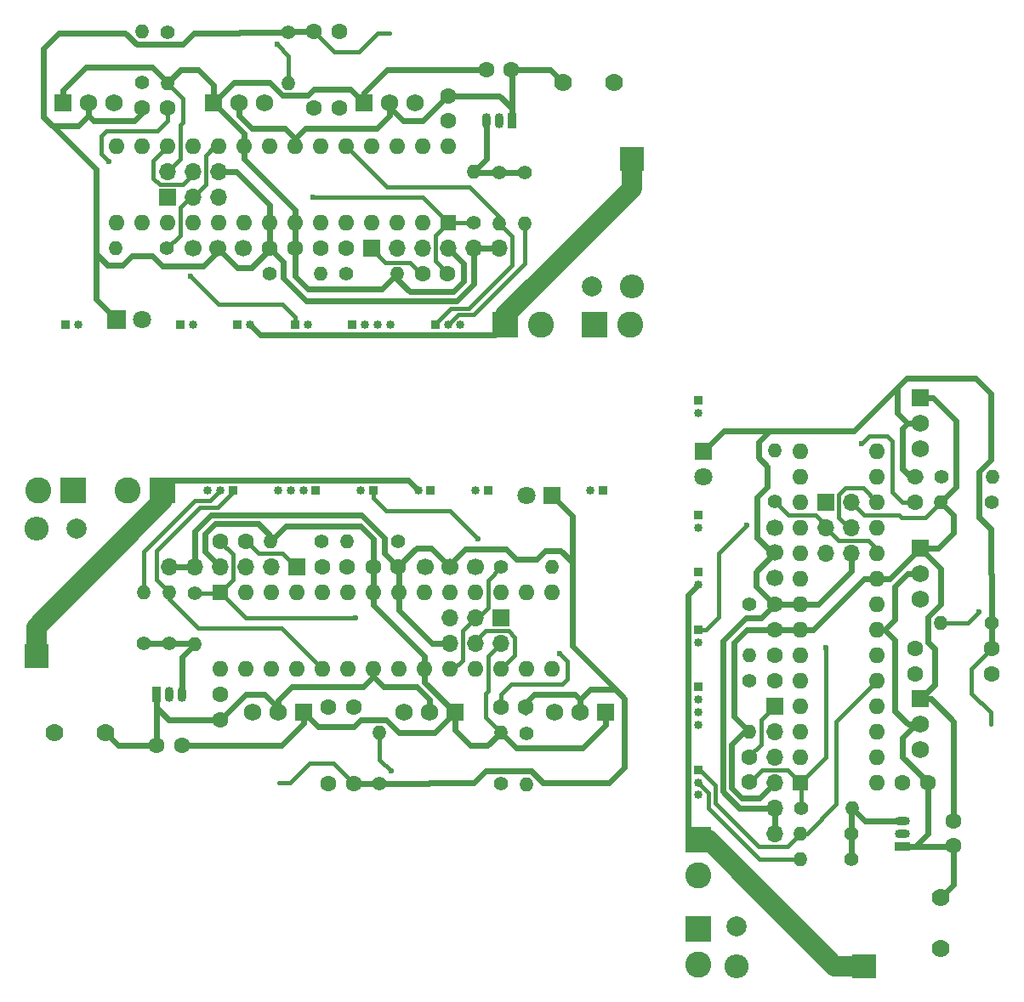
<source format=gtl>
%MOIN*%
%OFA0B0*%
%FSLAX46Y46*%
%IPPOS*%
%LPD*%
%AMREC21*
4,1,3,
0.035433070866141732,0.035433070866141739,
-0.035433070866141739,0.035433070866141732,
-0.035433070866141732,-0.035433070866141739,
0.035433070866141739,-0.035433070866141732,
0*%
%AMREC22*
4,1,3,
0.03444881889763779,0.0344488188976378,
-0.0344488188976378,0.03444881889763779,
-0.03444881889763779,-0.0344488188976378,
0.0344488188976378,-0.03444881889763779,
0*%
%AMREC23*
4,1,3,
0.033464566929133854,0.033464566929133861,
-0.033464566929133861,0.033464566929133854,
-0.033464566929133854,-0.033464566929133861,
0.033464566929133861,-0.033464566929133854,
0*%
%AMREC24*
4,1,3,
0.031496062992125984,0.031496062992125991,
-0.031496062992125991,0.031496062992125984,
-0.031496062992125984,-0.031496062992125991,
0.031496062992125991,-0.031496062992125984,
0*%
%AMREC25*
4,1,3,
0.051181102362204724,0.051181102362204738,
-0.051181102362204738,0.051181102362204724,
-0.051181102362204724,-0.051181102362204738,
0.051181102362204738,-0.051181102362204724,
0*%
%AMREC26*
4,1,3,
0.047244094488188969,0.047244094488188983,
-0.047244094488188983,0.047244094488188969,
-0.047244094488188969,-0.047244094488188983,
0.047244094488188983,-0.047244094488188969,
0*%
%AMREC27*
4,1,3,
0.017716535433070862,0.029527559055118113,
-0.017716535433070873,0.029527559055118113,
-0.017716535433070862,-0.029527559055118113,
0.017716535433070873,-0.029527559055118113,
0*%
%AMREC28*
4,1,3,
0.016732283464566927,0.016732283464566931,
-0.016732283464566931,0.016732283464566927,
-0.016732283464566927,-0.016732283464566931,
0.016732283464566931,-0.016732283464566927,
0*%
%ADD10C,0.0039370078740157488*%
%AMCOMP57*
4,1,3,
0.035433070866141732,0.035433070866141739,
-0.035433070866141739,0.035433070866141732,
-0.035433070866141732,-0.035433070866141739,
0.035433070866141739,-0.035433070866141732,
0*%
%ADD11COMP57*%
%ADD12C,0.070866141732283464*%
%ADD13C,0.068897637795275593*%
%AMCOMP58*
4,1,3,
0.03444881889763779,0.0344488188976378,
-0.0344488188976378,0.03444881889763779,
-0.03444881889763779,-0.0344488188976378,
0.0344488188976378,-0.03444881889763779,
0*%
%ADD14COMP58*%
%ADD15C,0.07874015748031496*%
%AMCOMP59*
4,1,3,
0.033464566929133854,0.033464566929133861,
-0.033464566929133861,0.033464566929133854,
-0.033464566929133854,-0.033464566929133861,
0.033464566929133861,-0.033464566929133854,
0*%
%ADD16COMP59*%
%ADD17O,0.066929133858267723X0.066929133858267723*%
%AMCOMP60*
4,1,3,
0.031496062992125984,0.031496062992125991,
-0.031496062992125991,0.031496062992125984,
-0.031496062992125984,-0.031496062992125991,
0.031496062992125991,-0.031496062992125984,
0*%
%ADD18COMP60*%
%ADD19O,0.062992125984251982X0.062992125984251982*%
%AMCOMP61*
4,1,3,
0.051181102362204724,0.051181102362204738,
-0.051181102362204738,0.051181102362204724,
-0.051181102362204724,-0.051181102362204738,
0.051181102362204738,-0.051181102362204724,
0*%
%ADD20COMP61*%
%ADD21C,0.10236220472440946*%
%ADD22C,0.066929133858267723*%
%AMCOMP62*
4,1,3,
0.047244094488188969,0.047244094488188983,
-0.047244094488188983,0.047244094488188969,
-0.047244094488188969,-0.047244094488188983,
0.047244094488188983,-0.047244094488188969,
0*%
%ADD23COMP62*%
%ADD24O,0.094488188976377951X0.094488188976377951*%
%ADD25C,0.07*%
%ADD26C,0.055118110236220472*%
%ADD27O,0.055118110236220472X0.055118110236220472*%
%ADD28C,0.062992125984251982*%
%ADD29O,0.035433070866141732X0.059055118110236227*%
%AMCOMP63*
4,1,3,
0.017716535433070862,0.029527559055118113,
-0.017716535433070873,0.029527559055118113,
-0.017716535433070862,-0.029527559055118113,
0.017716535433070873,-0.029527559055118113,
0*%
%ADD30COMP63*%
%AMCOMP64*
4,1,3,
0.016732283464566927,0.016732283464566931,
-0.016732283464566931,0.016732283464566927,
-0.016732283464566927,-0.016732283464566931,
0.016732283464566931,-0.016732283464566927,
0*%
%ADD31COMP64*%
%ADD32C,0.033464566929133861*%
%ADD33C,0.023622047244094488*%
%ADD34C,0.016*%
%ADD35C,0.024000000000000004*%
%ADD36C,0.012000000000000002*%
%ADD37C,0.08*%
%ADD48C,0.0039370078740157488*%
%ADD49R,0.070866141732283464X0.070866141732283464*%
%ADD50C,0.070866141732283464*%
%ADD51C,0.068897637795275593*%
%ADD52R,0.068897637795275593X0.068897637795275593*%
%ADD53C,0.07874015748031496*%
%ADD54R,0.066929133858267723X0.066929133858267723*%
%ADD55O,0.066929133858267723X0.066929133858267723*%
%ADD56R,0.062992125984251982X0.062992125984251982*%
%ADD57O,0.062992125984251982X0.062992125984251982*%
%ADD58R,0.10236220472440946X0.10236220472440946*%
%ADD59C,0.10236220472440946*%
%ADD60C,0.066929133858267723*%
%ADD61R,0.094488188976377951X0.094488188976377951*%
%ADD62O,0.094488188976377951X0.094488188976377951*%
%ADD63C,0.07*%
%ADD64C,0.055118110236220472*%
%ADD65O,0.055118110236220472X0.055118110236220472*%
%ADD66C,0.062992125984251982*%
%ADD67O,0.035433070866141732X0.059055118110236227*%
%ADD68R,0.035433070866141732X0.059055118110236227*%
%ADD69R,0.033464566929133861X0.033464566929133861*%
%ADD70C,0.033464566929133861*%
%ADD71C,0.023622047244094488*%
%ADD72C,0.016*%
%ADD73C,0.024000000000000004*%
%ADD74C,0.012000000000000002*%
%ADD75C,0.08*%
%ADD76C,0.0039370078740157488*%
%ADD77R,0.070866141732283464X0.070866141732283464*%
%ADD78C,0.070866141732283464*%
%ADD79C,0.068897637795275593*%
%ADD80R,0.068897637795275593X0.068897637795275593*%
%ADD81C,0.07874015748031496*%
%ADD82R,0.066929133858267723X0.066929133858267723*%
%ADD83O,0.066929133858267723X0.066929133858267723*%
%ADD84R,0.062992125984251982X0.062992125984251982*%
%ADD85O,0.062992125984251982X0.062992125984251982*%
%ADD86R,0.10236220472440946X0.10236220472440946*%
%ADD87C,0.10236220472440946*%
%ADD88C,0.066929133858267723*%
%ADD89R,0.094488188976377951X0.094488188976377951*%
%ADD90O,0.094488188976377951X0.094488188976377951*%
%ADD91C,0.07*%
%ADD92C,0.055118110236220472*%
%ADD93O,0.055118110236220472X0.055118110236220472*%
%ADD94C,0.062992125984251982*%
%ADD95O,0.059055118110236227X0.035433070866141732*%
%ADD96R,0.059055118110236227X0.035433070866141732*%
%ADD97R,0.033464566929133861X0.033464566929133861*%
%ADD98C,0.033464566929133861*%
%ADD99C,0.023622047244094488*%
%ADD100C,0.016*%
%ADD101C,0.024000000000000004*%
%ADD102C,0.012000000000000002*%
%ADD103C,0.08*%
G01*
D10*
D11*
X0003976377Y-0000866141D02*
X0000406377Y0002628858D03*
D12*
X0000506377Y0002628858D03*
D13*
X0000396929Y0003478936D03*
X0000296929Y0003478936D03*
D14*
X0000196929Y0003478936D03*
D15*
X0002042204Y0002758858D03*
X0002270551Y0002758858D03*
D16*
X0001406377Y0002908858D03*
D17*
X0001506377Y0002908858D03*
X0001606377Y0002908858D03*
X0001706377Y0002908858D03*
X0001806377Y0002908858D03*
X0001906377Y0002908858D03*
D18*
X0001706377Y0003008858D03*
D19*
X0000406377Y0003308858D03*
X0001606377Y0003008858D03*
X0000506377Y0003308858D03*
X0001506377Y0003008858D03*
X0000606377Y0003308858D03*
X0001406377Y0003008858D03*
X0000706377Y0003308858D03*
X0001306377Y0003008858D03*
X0000806377Y0003308858D03*
X0001206377Y0003008858D03*
X0000906377Y0003308858D03*
X0001106377Y0003008858D03*
X0001006377Y0003308858D03*
X0001006377Y0003008858D03*
X0001106377Y0003308858D03*
X0000906377Y0003008858D03*
X0001206377Y0003308858D03*
X0000806377Y0003008858D03*
X0001306377Y0003308858D03*
X0000706377Y0003008858D03*
X0001406377Y0003308858D03*
X0000606377Y0003008858D03*
X0001506377Y0003308858D03*
X0000506377Y0003008858D03*
X0001606377Y0003308858D03*
X0000406377Y0003008858D03*
X0001706377Y0003308858D03*
D20*
X0001931377Y0002608858D03*
D21*
X0002069173Y0002608858D03*
D20*
X0002281377Y0002608858D03*
D21*
X0002419173Y0002608858D03*
D22*
X0000706377Y0002908858D03*
X0000804803Y0002908858D03*
X0000903228Y0002908858D03*
D23*
X0002426377Y0003258858D03*
D24*
X0002426377Y0002758858D03*
D25*
X0002156377Y0003558858D03*
X0002356377Y0003558858D03*
D26*
X0001307952Y0002808858D03*
D27*
X0001507952Y0002808858D03*
D26*
X0001007952Y0002808858D03*
D27*
X0001207952Y0002808858D03*
D28*
X0001706377Y0003408858D03*
X0001706377Y0003507283D03*
X0001856377Y0003608858D03*
X0001954803Y0003608858D03*
X0001306377Y0002908858D03*
X0001207952Y0002908858D03*
D29*
X0001906377Y0003408858D03*
X0001856377Y0003408858D03*
D30*
X0001956377Y0003408858D03*
D28*
X0001106377Y0002908858D03*
X0001007952Y0002908858D03*
X0001606377Y0002808858D03*
X0001704803Y0002808858D03*
D26*
X0001806377Y0003010433D03*
D27*
X0001806377Y0003210433D03*
D28*
X0000606377Y0003458858D03*
X0000507952Y0003458858D03*
D26*
X0000506377Y0003560433D03*
D27*
X0000506377Y0003760433D03*
D26*
X0000606377Y0003757283D03*
D27*
X0000606377Y0003557283D03*
D13*
X0000987480Y0003478936D03*
X0000887480Y0003478936D03*
D14*
X0000787480Y0003478936D03*
D13*
X0001578031Y0003478936D03*
X0001478031Y0003478936D03*
D14*
X0001378031Y0003478936D03*
D26*
X0001906377Y0003207283D03*
D27*
X0001906377Y0003007283D03*
D26*
X0002006377Y0003207283D03*
D27*
X0002006377Y0003007283D03*
D26*
X0000604803Y0002908858D03*
D27*
X0000404803Y0002908858D03*
D28*
X0001281377Y0003458858D03*
X0001281377Y0003758858D03*
X0001181377Y0003458858D03*
X0001181377Y0003758858D03*
D26*
X0001081377Y0003757283D03*
D27*
X0001081377Y0003557283D03*
D16*
X0000606377Y0003108858D03*
D17*
X0000606377Y0003208858D03*
X0000706377Y0003108858D03*
X0000706377Y0003208858D03*
X0000806377Y0003108858D03*
X0000806377Y0003208858D03*
D31*
X0000881377Y0002608858D03*
D32*
X0000930590Y0002608858D03*
D31*
X0001331377Y0002608858D03*
D32*
X0001380590Y0002608858D03*
X0001429803Y0002608858D03*
X0001479015Y0002608858D03*
D31*
X0001106377Y0002608858D03*
D32*
X0001155590Y0002608858D03*
D31*
X0000206377Y0002608858D03*
D32*
X0000255590Y0002608858D03*
D31*
X0000656377Y0002608858D03*
D32*
X0000705590Y0002608858D03*
D31*
X0001656377Y0002608858D03*
D32*
X0001705590Y0002608858D03*
X0001754803Y0002608858D03*
D33*
X0001176377Y0003108858D03*
X0000376377Y0003248858D03*
X0001036377Y0003708858D03*
X0000696377Y0002798858D03*
D34*
X0001606377Y0003108858D02*
X0001706377Y0003008858D01*
X0001506377Y0003108858D02*
X0001606377Y0003108858D01*
X0001176377Y0003108858D02*
X0001506377Y0003108858D01*
X0001806377Y0003010433D02*
X0001707952Y0003010433D01*
X0001707952Y0003010433D02*
X0001706377Y0003008858D01*
X0001704803Y0002808858D02*
X0001704803Y0002810433D01*
X0001704803Y0002810433D02*
X0001656377Y0002858858D01*
X0001656377Y0002858858D02*
X0001656377Y0002958858D01*
X0001656377Y0002958858D02*
X0001706377Y0003008858D01*
D35*
X0001954803Y0003608858D02*
X0002106377Y0003608858D01*
X0002106377Y0003608858D02*
X0002156377Y0003558858D01*
X0000326377Y0002888858D02*
X0000326377Y0002708858D01*
X0000326377Y0002708858D02*
X0000406377Y0002628858D01*
X0000296377Y0003753818D02*
X0000181338Y0003753818D01*
X0000181338Y0003753818D02*
X0000121377Y0003693858D01*
X0000886377Y0003753818D02*
X0000711338Y0003753818D01*
X0000441417Y0003753818D02*
X0000296377Y0003753818D01*
X0000486377Y0003708858D02*
X0000441417Y0003753818D01*
X0000666377Y0003708858D02*
X0000486377Y0003708858D01*
X0000711338Y0003753818D02*
X0000666377Y0003708858D01*
X0001081377Y0003757283D02*
X0000889842Y0003757283D01*
X0000889842Y0003757283D02*
X0000886377Y0003753818D01*
D34*
X0001476377Y0003753818D02*
X0001431338Y0003753818D01*
X0001261377Y0003678858D02*
X0001181377Y0003758858D01*
X0001356377Y0003678858D02*
X0001261377Y0003678858D01*
X0001431338Y0003753818D02*
X0001356377Y0003678858D01*
D36*
X0000296929Y0003753267D02*
X0000296377Y0003753818D01*
D35*
X0000326377Y0002888858D02*
X0000326377Y0003218858D01*
X0000804803Y0002897283D02*
X0000746377Y0002838858D01*
X0000746377Y0002838858D02*
X0000586377Y0002838858D01*
X0000586377Y0002838858D02*
X0000546377Y0002878858D01*
X0000546377Y0002878858D02*
X0000466377Y0002878858D01*
X0000466377Y0002878858D02*
X0000431377Y0002843858D01*
X0000431377Y0002843858D02*
X0000371377Y0002843858D01*
X0000371377Y0002843858D02*
X0000326377Y0002888858D01*
X0000326377Y0003218858D02*
X0000156377Y0003388858D01*
X0000507952Y0003458858D02*
X0000507952Y0003440433D01*
X0000507952Y0003440433D02*
X0000476377Y0003408858D01*
X0000316377Y0003408858D02*
X0000296377Y0003428858D01*
X0000476377Y0003408858D02*
X0000316377Y0003408858D01*
X0000121377Y0003638858D02*
X0000121377Y0003693858D01*
X0000121377Y0003503858D02*
X0000121377Y0003423858D01*
X0000121377Y0003638858D02*
X0000121377Y0003503858D01*
X0000121377Y0003423858D02*
X0000156377Y0003388858D01*
X0000156377Y0003388858D02*
X0000256377Y0003388858D01*
X0000256377Y0003388858D02*
X0000296377Y0003428858D01*
X0000296377Y0003428858D02*
X0000296929Y0003429409D01*
X0000296929Y0003478936D02*
X0000296929Y0003429409D01*
X0001706377Y0003507283D02*
X0001704803Y0003507283D01*
X0001704803Y0003507283D02*
X0001606377Y0003408858D01*
X0001531377Y0003408858D02*
X0001478031Y0003462204D01*
X0001606377Y0003408858D02*
X0001531377Y0003408858D01*
X0001478031Y0003462204D02*
X0001478031Y0003478936D01*
X0000507952Y0003458858D02*
X0000507952Y0003477283D01*
X0001106377Y0003308858D02*
X0001106377Y0003338858D01*
X0001106377Y0003338858D02*
X0001066377Y0003378858D01*
X0000887480Y0003427755D02*
X0000887480Y0003478936D01*
X0000936377Y0003378858D02*
X0000887480Y0003427755D01*
X0001066377Y0003378858D02*
X0000936377Y0003378858D01*
X0001478031Y0003478936D02*
X0001478031Y0003430511D01*
X0001478031Y0003430511D02*
X0001426377Y0003378858D01*
X0001426377Y0003378858D02*
X0001146377Y0003378858D01*
X0001146377Y0003378858D02*
X0001106377Y0003338858D01*
X0001706377Y0003507283D02*
X0001706377Y0003508858D01*
X0001956377Y0003408858D02*
X0001956377Y0003458858D01*
X0001907952Y0003507283D02*
X0001706377Y0003507283D01*
X0001956377Y0003458858D02*
X0001907952Y0003507283D01*
X0001956377Y0003408858D02*
X0001956377Y0003607283D01*
X0001956377Y0003607283D02*
X0001954803Y0003608858D01*
X0001181377Y0003758858D02*
X0001082952Y0003758858D01*
X0001082952Y0003758858D02*
X0001081377Y0003757283D01*
X0000804803Y0002908858D02*
X0000804803Y0002897283D01*
X0001906377Y0002908858D02*
X0001806377Y0002908858D01*
X0001006377Y0003008858D02*
X0001006377Y0003078858D01*
X0001006377Y0003078858D02*
X0000876377Y0003208858D01*
X0000876377Y0003208858D02*
X0000806377Y0003208858D01*
X0001806377Y0002908858D02*
X0001806377Y0002768858D01*
X0001806377Y0002768858D02*
X0001741377Y0002703858D01*
X0001741377Y0002703858D02*
X0001151377Y0002703858D01*
X0001151377Y0002703858D02*
X0001061377Y0002793858D01*
X0001061377Y0002793858D02*
X0001061377Y0002855433D01*
X0001061377Y0002855433D02*
X0001007952Y0002908858D01*
X0001081377Y0003757283D02*
X0001072952Y0003757283D01*
X0001007952Y0002908858D02*
X0001007952Y0002905433D01*
X0001007952Y0002905433D02*
X0000936377Y0002833858D01*
X0000879803Y0002833858D02*
X0000804803Y0002908858D01*
X0000936377Y0002833858D02*
X0000879803Y0002833858D01*
X0001006377Y0003008858D02*
X0001006377Y0002910433D01*
X0001006377Y0002910433D02*
X0001007952Y0002908858D01*
D34*
X0000606377Y0003458858D02*
X0000606377Y0003408858D01*
X0000346377Y0003278858D02*
X0000376377Y0003248858D01*
X0000346377Y0003348858D02*
X0000346377Y0003278858D01*
X0000366377Y0003368858D02*
X0000346377Y0003348858D01*
X0000566377Y0003368858D02*
X0000366377Y0003368858D01*
X0000606377Y0003408858D02*
X0000566377Y0003368858D01*
X0001906377Y0003007283D02*
X0001906377Y0003033858D01*
X0001906377Y0003033858D02*
X0001791377Y0003148858D01*
X0001466377Y0003148858D02*
X0001306377Y0003308858D01*
X0001791377Y0003148858D02*
X0001466377Y0003148858D01*
X0001656377Y0002608858D02*
X0001656377Y0002613858D01*
X0001656377Y0002613858D02*
X0001716377Y0002673858D01*
X0001716377Y0002673858D02*
X0001786377Y0002673858D01*
X0001786377Y0002673858D02*
X0001956377Y0002843858D01*
X0001956377Y0002843858D02*
X0001956377Y0002957283D01*
X0001956377Y0002957283D02*
X0001906377Y0003007283D01*
X0001036377Y0003708858D02*
X0001081377Y0003663858D01*
X0001081377Y0003557283D02*
X0001081377Y0003663858D01*
X0000706377Y0003108858D02*
X0000696377Y0003108858D01*
X0000696377Y0003108858D02*
X0000656377Y0003068858D01*
X0000656377Y0002960433D02*
X0000604803Y0002908858D01*
X0000656377Y0003068858D02*
X0000656377Y0002960433D01*
X0000806377Y0003308858D02*
X0000791377Y0003308858D01*
X0000791377Y0003308858D02*
X0000756377Y0003273858D01*
X0000756377Y0003273858D02*
X0000756377Y0003158858D01*
X0000756377Y0003158858D02*
X0000706377Y0003108858D01*
X0001578031Y0003478936D02*
X0001578031Y0003487204D01*
D35*
X0001856377Y0003608858D02*
X0001466377Y0003608858D01*
X0001378031Y0003520511D02*
X0001378031Y0003478936D01*
X0001466377Y0003608858D02*
X0001378031Y0003520511D01*
X0000606377Y0003557283D02*
X0000606377Y0003558858D01*
X0000606377Y0003558858D02*
X0000546377Y0003618858D01*
X0000196929Y0003529409D02*
X0000196929Y0003478936D01*
X0000286377Y0003618858D02*
X0000196929Y0003529409D01*
X0000546377Y0003618858D02*
X0000286377Y0003618858D01*
X0001006377Y0003558858D02*
X0000867401Y0003558858D01*
X0000867401Y0003558858D02*
X0000846377Y0003537834D01*
X0000846377Y0003537834D02*
X0000787480Y0003478936D01*
X0001378031Y0003478936D02*
X0001323110Y0003533858D01*
X0001181377Y0003533858D02*
X0001323110Y0003533858D01*
X0001156377Y0003508858D02*
X0001181377Y0003533858D01*
X0001056377Y0003508858D02*
X0001156377Y0003508858D01*
X0001006377Y0003558858D02*
X0001056377Y0003508858D01*
D36*
X0000196929Y0003478936D02*
X0000196929Y0003489409D01*
D35*
X0000606377Y0003557283D02*
X0000606377Y0003568858D01*
X0000787480Y0003528858D02*
X0000787480Y0003547755D01*
X0000657952Y0003608858D02*
X0000606377Y0003557283D01*
X0000726377Y0003608858D02*
X0000657952Y0003608858D01*
X0000787480Y0003547755D02*
X0000726377Y0003608858D01*
X0000787480Y0003528858D02*
X0000787480Y0003478936D01*
X0000906377Y0003308858D02*
X0000906377Y0003360039D01*
X0000906377Y0003360039D02*
X0000787480Y0003478936D01*
X0001856377Y0003408858D02*
X0001856377Y0003260433D01*
X0001856377Y0003260433D02*
X0001806377Y0003210433D01*
D34*
X0000656377Y0003258858D02*
X0000656377Y0003393858D01*
X0000606377Y0003208858D02*
X0000656377Y0003258858D01*
X0000666377Y0003497283D02*
X0000606377Y0003557283D01*
X0000666377Y0003403858D02*
X0000666377Y0003497283D01*
X0000656377Y0003393858D02*
X0000666377Y0003403858D01*
D35*
X0001906377Y0003207283D02*
X0001809527Y0003207283D01*
X0001809527Y0003207283D02*
X0001806377Y0003210433D01*
X0001507952Y0002808858D02*
X0001507952Y0002787283D01*
X0001507952Y0002787283D02*
X0001556377Y0002738858D01*
X0001766377Y0002848858D02*
X0001706377Y0002908858D01*
X0001766377Y0002778858D02*
X0001766377Y0002848858D01*
X0001726377Y0002738858D02*
X0001766377Y0002778858D01*
X0001556377Y0002738858D02*
X0001726377Y0002738858D01*
X0001106377Y0002908858D02*
X0001106377Y0002798858D01*
X0001447952Y0002748858D02*
X0001507952Y0002808858D01*
X0001156377Y0002748858D02*
X0001447952Y0002748858D01*
X0001106377Y0002798858D02*
X0001156377Y0002748858D01*
X0001106377Y0003008858D02*
X0001106377Y0003058858D01*
X0000906377Y0003258858D02*
X0000906377Y0003308858D01*
X0001106377Y0003058858D02*
X0000906377Y0003258858D01*
X0001106377Y0002908858D02*
X0001106377Y0003008858D01*
X0002006377Y0003207283D02*
X0001906377Y0003207283D01*
D34*
X0000987480Y0003478936D02*
X0000987480Y0003487755D01*
X0000706377Y0003208858D02*
X0000706377Y0003198858D01*
X0000706377Y0003198858D02*
X0000666377Y0003158858D01*
X0000666377Y0003158858D02*
X0000576377Y0003158858D01*
X0000576377Y0003158858D02*
X0000551377Y0003183858D01*
X0000551377Y0003183858D02*
X0000551377Y0003253858D01*
X0000551377Y0003253858D02*
X0000606377Y0003308858D01*
D36*
X0000396929Y0003478936D02*
X0000396929Y0003488307D01*
D34*
X0001606377Y0002808858D02*
X0001601377Y0002808858D01*
X0001601377Y0002808858D02*
X0001556377Y0002853858D01*
X0001556377Y0002853858D02*
X0001461377Y0002853858D01*
X0001461377Y0002853858D02*
X0001406377Y0002908858D01*
X0001106377Y0002638858D02*
X0001106377Y0002608858D01*
X0001056377Y0002688858D02*
X0001106377Y0002638858D01*
X0000806377Y0002688858D02*
X0001056377Y0002688858D01*
X0000696377Y0002798858D02*
X0000806377Y0002688858D01*
X0002006377Y0003007283D02*
X0002006377Y0002848858D01*
X0001745590Y0002648858D02*
X0001705590Y0002608858D01*
X0001806377Y0002648858D02*
X0001745590Y0002648858D01*
X0002006377Y0002848858D02*
X0001806377Y0002648858D01*
D35*
X0001891377Y0002568858D02*
X0001776377Y0002568858D01*
X0001776377Y0002568858D02*
X0001196377Y0002568858D01*
X0001891377Y0002568858D02*
X0001931377Y0002608858D01*
D37*
X0001931377Y0002608858D02*
X0001931377Y0002648031D01*
X0001931377Y0002648031D02*
X0002042204Y0002758858D01*
D35*
X0001196377Y0002568858D02*
X0000970590Y0002568858D01*
X0000970590Y0002568858D02*
X0000930590Y0002608858D01*
X0001196377Y0002568858D02*
X0001195590Y0002568858D01*
D34*
X0001281377Y0003758858D02*
X0001286377Y0003758858D01*
D37*
X0002426377Y0003258858D02*
X0002426377Y0003143031D01*
X0002426377Y0003143031D02*
X0002042204Y0002758858D01*
G04 next file*
G04 #@! TF.FileFunction,Copper,L1,Top,Signal*
G04 Gerber Fmt 4.6, Leading zero omitted, Abs format (unit mm)*
G04 Created by KiCad (PCBNEW 4.0.7) date 07/04/19 20:50:11*
G01*
G04 APERTURE LIST*
G04 APERTURE END LIST*
D48*
D49*
X-0001456692Y0005433070D02*
X0002113307Y0001938070D03*
D50*
X0002013307Y0001938070D03*
D51*
X0002122755Y0001087992D03*
X0002222755Y0001087992D03*
D52*
X0002322755Y0001087992D03*
D53*
X0000477480Y0001808070D03*
X0000249133Y0001808070D03*
D54*
X0001113307Y0001658070D03*
D55*
X0001013307Y0001658070D03*
X0000913307Y0001658070D03*
X0000813307Y0001658070D03*
X0000713307Y0001658070D03*
X0000613307Y0001658070D03*
D56*
X0000813307Y0001558070D03*
D57*
X0002113307Y0001258070D03*
X0000913307Y0001558070D03*
X0002013307Y0001258070D03*
X0001013307Y0001558070D03*
X0001913307Y0001258070D03*
X0001113307Y0001558070D03*
X0001813307Y0001258070D03*
X0001213307Y0001558070D03*
X0001713307Y0001258070D03*
X0001313307Y0001558070D03*
X0001613307Y0001258070D03*
X0001413307Y0001558070D03*
X0001513307Y0001258070D03*
X0001513307Y0001558070D03*
X0001413307Y0001258070D03*
X0001613307Y0001558070D03*
X0001313307Y0001258070D03*
X0001713307Y0001558070D03*
X0001213307Y0001258070D03*
X0001813307Y0001558070D03*
X0001113307Y0001258070D03*
X0001913307Y0001558070D03*
X0001013307Y0001258070D03*
X0002013307Y0001558070D03*
X0000913307Y0001258070D03*
X0002113307Y0001558070D03*
X0000813307Y0001258070D03*
D58*
X0000588307Y0001958070D03*
D59*
X0000450511Y0001958070D03*
D58*
X0000238307Y0001958070D03*
D59*
X0000100511Y0001958070D03*
D60*
X0001813307Y0001658070D03*
X0001714881Y0001658070D03*
X0001616456Y0001658070D03*
D61*
X0000093307Y0001308070D03*
D62*
X0000093307Y0001808070D03*
D63*
X0000363307Y0001008070D03*
X0000163307Y0001008070D03*
D64*
X0001211732Y0001758070D03*
D65*
X0001011732Y0001758070D03*
D64*
X0001511732Y0001758070D03*
D65*
X0001311732Y0001758070D03*
D66*
X0000813307Y0001158070D03*
X0000813307Y0001059645D03*
X0000663307Y0000958070D03*
X0000564881Y0000958070D03*
X0001213307Y0001658070D03*
X0001311732Y0001658070D03*
D67*
X0000613307Y0001158070D03*
X0000663307Y0001158070D03*
D68*
X0000563307Y0001158070D03*
D66*
X0001413307Y0001658070D03*
X0001511732Y0001658070D03*
X0000913307Y0001758070D03*
X0000814881Y0001758070D03*
D64*
X0000713307Y0001556496D03*
D65*
X0000713307Y0001356496D03*
D66*
X0001913307Y0001108070D03*
X0002011732Y0001108070D03*
D64*
X0002013307Y0001006496D03*
D65*
X0002013307Y0000806496D03*
D64*
X0001913307Y0000809645D03*
D65*
X0001913307Y0001009645D03*
D51*
X0001532204Y0001087992D03*
X0001632204Y0001087992D03*
D52*
X0001732204Y0001087992D03*
D51*
X0000941653Y0001087992D03*
X0001041653Y0001087992D03*
D52*
X0001141653Y0001087992D03*
D64*
X0000613307Y0001359645D03*
D65*
X0000613307Y0001559645D03*
D64*
X0000513307Y0001359645D03*
D65*
X0000513307Y0001559645D03*
D64*
X0001914881Y0001658070D03*
D65*
X0002114881Y0001658070D03*
D66*
X0001238307Y0001108070D03*
X0001238307Y0000808070D03*
X0001338307Y0001108070D03*
X0001338307Y0000808070D03*
D64*
X0001438307Y0000809645D03*
D65*
X0001438307Y0001009645D03*
D54*
X0001913307Y0001458070D03*
D55*
X0001913307Y0001358070D03*
X0001813307Y0001458070D03*
X0001813307Y0001358070D03*
X0001713307Y0001458070D03*
X0001713307Y0001358070D03*
D69*
X0001638307Y0001958070D03*
D70*
X0001589094Y0001958070D03*
D69*
X0001188307Y0001958070D03*
D70*
X0001139094Y0001958070D03*
X0001089881Y0001958070D03*
X0001040669Y0001958070D03*
D69*
X0001413307Y0001958070D03*
D70*
X0001364094Y0001958070D03*
D69*
X0002313307Y0001958070D03*
D70*
X0002264094Y0001958070D03*
D69*
X0001863307Y0001958070D03*
D70*
X0001814094Y0001958070D03*
D69*
X0000863307Y0001958070D03*
D70*
X0000814094Y0001958070D03*
X0000764881Y0001958070D03*
D71*
X0001343307Y0001458070D03*
X0002143307Y0001318070D03*
X0001483307Y0000858070D03*
X0001823307Y0001768070D03*
D72*
X0000913307Y0001458070D02*
X0000813307Y0001558070D01*
X0001013307Y0001458070D02*
X0000913307Y0001458070D01*
X0001343307Y0001458070D02*
X0001013307Y0001458070D01*
X0000713307Y0001556496D02*
X0000811732Y0001556496D01*
X0000811732Y0001556496D02*
X0000813307Y0001558070D01*
X0000814881Y0001758070D02*
X0000814881Y0001756496D01*
X0000814881Y0001756496D02*
X0000863307Y0001708070D01*
X0000863307Y0001708070D02*
X0000863307Y0001608070D01*
X0000863307Y0001608070D02*
X0000813307Y0001558070D01*
D73*
X0000564881Y0000958070D02*
X0000413307Y0000958070D01*
X0000413307Y0000958070D02*
X0000363307Y0001008070D01*
X0002193307Y0001678070D02*
X0002193307Y0001858070D01*
X0002193307Y0001858070D02*
X0002113307Y0001938070D01*
X0002223307Y0000813110D02*
X0002338346Y0000813110D01*
X0002338346Y0000813110D02*
X0002398307Y0000873070D01*
X0001633307Y0000813110D02*
X0001808346Y0000813110D01*
X0002078267Y0000813110D02*
X0002223307Y0000813110D01*
X0002033307Y0000858070D02*
X0002078267Y0000813110D01*
X0001853307Y0000858070D02*
X0002033307Y0000858070D01*
X0001808346Y0000813110D02*
X0001853307Y0000858070D01*
X0001438307Y0000809645D02*
X0001629842Y0000809645D01*
X0001629842Y0000809645D02*
X0001633307Y0000813110D01*
D72*
X0001043307Y0000813110D02*
X0001088346Y0000813110D01*
X0001258307Y0000888070D02*
X0001338307Y0000808070D01*
X0001163307Y0000888070D02*
X0001258307Y0000888070D01*
X0001088346Y0000813110D02*
X0001163307Y0000888070D01*
D74*
X0002222755Y0000813661D02*
X0002223307Y0000813110D01*
D73*
X0002193307Y0001678070D02*
X0002193307Y0001348070D01*
X0001714881Y0001669645D02*
X0001773307Y0001728070D01*
X0001773307Y0001728070D02*
X0001933307Y0001728070D01*
X0001933307Y0001728070D02*
X0001973307Y0001688070D01*
X0001973307Y0001688070D02*
X0002053307Y0001688070D01*
X0002053307Y0001688070D02*
X0002088307Y0001723070D01*
X0002088307Y0001723070D02*
X0002148307Y0001723070D01*
X0002148307Y0001723070D02*
X0002193307Y0001678070D01*
X0002193307Y0001348070D02*
X0002363307Y0001178070D01*
X0002011732Y0001108070D02*
X0002011732Y0001126496D01*
X0002011732Y0001126496D02*
X0002043307Y0001158070D01*
X0002203307Y0001158070D02*
X0002223307Y0001138070D01*
X0002043307Y0001158070D02*
X0002203307Y0001158070D01*
X0002398307Y0000928070D02*
X0002398307Y0000873070D01*
X0002398307Y0001063070D02*
X0002398307Y0001143070D01*
X0002398307Y0000928070D02*
X0002398307Y0001063070D01*
X0002398307Y0001143070D02*
X0002363307Y0001178070D01*
X0002363307Y0001178070D02*
X0002263307Y0001178070D01*
X0002263307Y0001178070D02*
X0002223307Y0001138070D01*
X0002223307Y0001138070D02*
X0002222755Y0001137519D01*
X0002222755Y0001087992D02*
X0002222755Y0001137519D01*
X0000813307Y0001059645D02*
X0000814881Y0001059645D01*
X0000814881Y0001059645D02*
X0000913307Y0001158070D01*
X0000988307Y0001158070D02*
X0001041653Y0001104724D01*
X0000913307Y0001158070D02*
X0000988307Y0001158070D01*
X0001041653Y0001104724D02*
X0001041653Y0001087992D01*
X0002011732Y0001108070D02*
X0002011732Y0001089645D01*
X0001413307Y0001258070D02*
X0001413307Y0001228070D01*
X0001413307Y0001228070D02*
X0001453307Y0001188070D01*
X0001632204Y0001139173D02*
X0001632204Y0001087992D01*
X0001583307Y0001188070D02*
X0001632204Y0001139173D01*
X0001453307Y0001188070D02*
X0001583307Y0001188070D01*
X0001041653Y0001087992D02*
X0001041653Y0001136417D01*
X0001041653Y0001136417D02*
X0001093307Y0001188070D01*
X0001093307Y0001188070D02*
X0001373307Y0001188070D01*
X0001373307Y0001188070D02*
X0001413307Y0001228070D01*
X0000813307Y0001059645D02*
X0000813307Y0001058070D01*
X0000563307Y0001158070D02*
X0000563307Y0001108070D01*
X0000611732Y0001059645D02*
X0000813307Y0001059645D01*
X0000563307Y0001108070D02*
X0000611732Y0001059645D01*
X0000563307Y0001158070D02*
X0000563307Y0000959645D01*
X0000563307Y0000959645D02*
X0000564881Y0000958070D01*
X0001338307Y0000808070D02*
X0001436732Y0000808070D01*
X0001436732Y0000808070D02*
X0001438307Y0000809645D01*
X0001714881Y0001658070D02*
X0001714881Y0001669645D01*
X0000613307Y0001658070D02*
X0000713307Y0001658070D01*
X0001513307Y0001558070D02*
X0001513307Y0001488070D01*
X0001513307Y0001488070D02*
X0001643307Y0001358070D01*
X0001643307Y0001358070D02*
X0001713307Y0001358070D01*
X0000713307Y0001658070D02*
X0000713307Y0001798070D01*
X0000713307Y0001798070D02*
X0000778307Y0001863070D01*
X0000778307Y0001863070D02*
X0001368307Y0001863070D01*
X0001368307Y0001863070D02*
X0001458307Y0001773070D01*
X0001458307Y0001773070D02*
X0001458307Y0001711496D01*
X0001458307Y0001711496D02*
X0001511732Y0001658070D01*
X0001438307Y0000809645D02*
X0001446732Y0000809645D01*
X0001511732Y0001658070D02*
X0001511732Y0001661496D01*
X0001511732Y0001661496D02*
X0001583307Y0001733070D01*
X0001639881Y0001733070D02*
X0001714881Y0001658070D01*
X0001583307Y0001733070D02*
X0001639881Y0001733070D01*
X0001513307Y0001558070D02*
X0001513307Y0001656496D01*
X0001513307Y0001656496D02*
X0001511732Y0001658070D01*
D72*
X0001913307Y0001108070D02*
X0001913307Y0001158070D01*
X0002173307Y0001288070D02*
X0002143307Y0001318070D01*
X0002173307Y0001218070D02*
X0002173307Y0001288070D01*
X0002153307Y0001198070D02*
X0002173307Y0001218070D01*
X0001953307Y0001198070D02*
X0002153307Y0001198070D01*
X0001913307Y0001158070D02*
X0001953307Y0001198070D01*
X0000613307Y0001559645D02*
X0000613307Y0001533070D01*
X0000613307Y0001533070D02*
X0000728307Y0001418070D01*
X0001053307Y0001418070D02*
X0001213307Y0001258070D01*
X0000728307Y0001418070D02*
X0001053307Y0001418070D01*
X0000863307Y0001958070D02*
X0000863307Y0001953070D01*
X0000863307Y0001953070D02*
X0000803307Y0001893070D01*
X0000803307Y0001893070D02*
X0000733307Y0001893070D01*
X0000733307Y0001893070D02*
X0000563307Y0001723070D01*
X0000563307Y0001723070D02*
X0000563307Y0001609645D01*
X0000563307Y0001609645D02*
X0000613307Y0001559645D01*
X0001483307Y0000858070D02*
X0001438307Y0000903070D01*
X0001438307Y0001009645D02*
X0001438307Y0000903070D01*
X0001813307Y0001458070D02*
X0001823307Y0001458070D01*
X0001823307Y0001458070D02*
X0001863307Y0001498070D01*
X0001863307Y0001606496D02*
X0001914881Y0001658070D01*
X0001863307Y0001498070D02*
X0001863307Y0001606496D01*
X0001713307Y0001258070D02*
X0001728307Y0001258070D01*
X0001728307Y0001258070D02*
X0001763307Y0001293070D01*
X0001763307Y0001293070D02*
X0001763307Y0001408070D01*
X0001763307Y0001408070D02*
X0001813307Y0001458070D01*
X0000941653Y0001087992D02*
X0000941653Y0001079724D01*
D73*
X0000663307Y0000958070D02*
X0001053307Y0000958070D01*
X0001141653Y0001046417D02*
X0001141653Y0001087992D01*
X0001053307Y0000958070D02*
X0001141653Y0001046417D01*
X0001913307Y0001009645D02*
X0001913307Y0001008070D01*
X0001913307Y0001008070D02*
X0001973307Y0000948070D01*
X0002322755Y0001037519D02*
X0002322755Y0001087992D01*
X0002233307Y0000948070D02*
X0002322755Y0001037519D01*
X0001973307Y0000948070D02*
X0002233307Y0000948070D01*
X0001513307Y0001008070D02*
X0001652283Y0001008070D01*
X0001652283Y0001008070D02*
X0001673307Y0001029094D01*
X0001673307Y0001029094D02*
X0001732204Y0001087992D01*
X0001141653Y0001087992D02*
X0001196574Y0001033070D01*
X0001338307Y0001033070D02*
X0001196574Y0001033070D01*
X0001363307Y0001058070D02*
X0001338307Y0001033070D01*
X0001463307Y0001058070D02*
X0001363307Y0001058070D01*
X0001513307Y0001008070D02*
X0001463307Y0001058070D01*
D74*
X0002322755Y0001087992D02*
X0002322755Y0001077519D01*
D73*
X0001913307Y0001009645D02*
X0001913307Y0000998070D01*
X0001732204Y0001038070D02*
X0001732204Y0001019173D01*
X0001861732Y0000958070D02*
X0001913307Y0001009645D01*
X0001793307Y0000958070D02*
X0001861732Y0000958070D01*
X0001732204Y0001019173D02*
X0001793307Y0000958070D01*
X0001732204Y0001038070D02*
X0001732204Y0001087992D01*
X0001613307Y0001258070D02*
X0001613307Y0001206889D01*
X0001613307Y0001206889D02*
X0001732204Y0001087992D01*
X0000663307Y0001158070D02*
X0000663307Y0001306496D01*
X0000663307Y0001306496D02*
X0000713307Y0001356496D01*
D72*
X0001863307Y0001308070D02*
X0001863307Y0001173070D01*
X0001913307Y0001358070D02*
X0001863307Y0001308070D01*
X0001853307Y0001069645D02*
X0001913307Y0001009645D01*
X0001853307Y0001163070D02*
X0001853307Y0001069645D01*
X0001863307Y0001173070D02*
X0001853307Y0001163070D01*
D73*
X0000613307Y0001359645D02*
X0000710157Y0001359645D01*
X0000710157Y0001359645D02*
X0000713307Y0001356496D01*
X0001011732Y0001758070D02*
X0001011732Y0001779645D01*
X0001011732Y0001779645D02*
X0000963307Y0001828070D01*
X0000753307Y0001718070D02*
X0000813307Y0001658070D01*
X0000753307Y0001788070D02*
X0000753307Y0001718070D01*
X0000793307Y0001828070D02*
X0000753307Y0001788070D01*
X0000963307Y0001828070D02*
X0000793307Y0001828070D01*
X0001413307Y0001658070D02*
X0001413307Y0001768070D01*
X0001071732Y0001818070D02*
X0001011732Y0001758070D01*
X0001363307Y0001818070D02*
X0001071732Y0001818070D01*
X0001413307Y0001768070D02*
X0001363307Y0001818070D01*
X0001413307Y0001558070D02*
X0001413307Y0001508070D01*
X0001613307Y0001308070D02*
X0001613307Y0001258070D01*
X0001413307Y0001508070D02*
X0001613307Y0001308070D01*
X0001413307Y0001658070D02*
X0001413307Y0001558070D01*
X0000513307Y0001359645D02*
X0000613307Y0001359645D01*
D72*
X0001532204Y0001087992D02*
X0001532204Y0001079173D01*
X0001813307Y0001358070D02*
X0001813307Y0001368070D01*
X0001813307Y0001368070D02*
X0001853307Y0001408070D01*
X0001853307Y0001408070D02*
X0001943307Y0001408070D01*
X0001943307Y0001408070D02*
X0001968307Y0001383070D01*
X0001968307Y0001383070D02*
X0001968307Y0001313070D01*
X0001968307Y0001313070D02*
X0001913307Y0001258070D01*
D74*
X0002122755Y0001087992D02*
X0002122755Y0001078622D01*
D72*
X0000913307Y0001758070D02*
X0000918307Y0001758070D01*
X0000918307Y0001758070D02*
X0000963307Y0001713070D01*
X0000963307Y0001713070D02*
X0001058307Y0001713070D01*
X0001058307Y0001713070D02*
X0001113307Y0001658070D01*
X0001413307Y0001928070D02*
X0001413307Y0001958070D01*
X0001463307Y0001878070D02*
X0001413307Y0001928070D01*
X0001713307Y0001878070D02*
X0001463307Y0001878070D01*
X0001823307Y0001768070D02*
X0001713307Y0001878070D01*
X0000513307Y0001559645D02*
X0000513307Y0001718070D01*
X0000774094Y0001918070D02*
X0000814094Y0001958070D01*
X0000713307Y0001918070D02*
X0000774094Y0001918070D01*
X0000513307Y0001718070D02*
X0000713307Y0001918070D01*
D73*
X0000628307Y0001998070D02*
X0000743307Y0001998070D01*
X0000743307Y0001998070D02*
X0001323307Y0001998070D01*
X0000628307Y0001998070D02*
X0000588307Y0001958070D01*
D75*
X0000588307Y0001958070D02*
X0000588307Y0001918897D01*
X0000588307Y0001918897D02*
X0000477480Y0001808070D01*
D73*
X0001323307Y0001998070D02*
X0001549094Y0001998070D01*
X0001549094Y0001998070D02*
X0001589094Y0001958070D01*
X0001323307Y0001998070D02*
X0001324094Y0001998070D01*
D72*
X0001238307Y0000808070D02*
X0001233307Y0000808070D01*
D75*
X0000093307Y0001308070D02*
X0000093307Y0001423897D01*
X0000093307Y0001423897D02*
X0000477480Y0001808070D01*
G04 next file*
G04 #@! TF.FileFunction,Copper,L1,Top,Signal*
G04 Gerber Fmt 4.6, Leading zero omitted, Abs format (unit mm)*
G04 Created by KiCad (PCBNEW 4.0.7) date 07/04/19 20:50:11*
G01*
G04 APERTURE LIST*
G04 APERTURE END LIST*
D76*
D77*
X-0000787401Y-0001456692D02*
X0002707598Y0002113307D03*
D78*
X0002707598Y0002013307D03*
D79*
X0003557677Y0002122755D03*
X0003557677Y0002222755D03*
D80*
X0003557677Y0002322755D03*
D81*
X0002837598Y0000477480D03*
X0002837598Y0000249133D03*
D82*
X0002987598Y0001113307D03*
D83*
X0002987598Y0001013307D03*
X0002987598Y0000913307D03*
X0002987598Y0000813307D03*
X0002987598Y0000713307D03*
X0002987598Y0000613307D03*
D84*
X0003087598Y0000813307D03*
D85*
X0003387598Y0002113307D03*
X0003087598Y0000913307D03*
X0003387598Y0002013307D03*
X0003087598Y0001013307D03*
X0003387598Y0001913307D03*
X0003087598Y0001113307D03*
X0003387598Y0001813307D03*
X0003087598Y0001213307D03*
X0003387598Y0001713307D03*
X0003087598Y0001313307D03*
X0003387598Y0001613307D03*
X0003087598Y0001413307D03*
X0003387598Y0001513307D03*
X0003087598Y0001513307D03*
X0003387598Y0001413307D03*
X0003087598Y0001613307D03*
X0003387598Y0001313307D03*
X0003087598Y0001713307D03*
X0003387598Y0001213307D03*
X0003087598Y0001813307D03*
X0003387598Y0001113307D03*
X0003087598Y0001913307D03*
X0003387598Y0001013307D03*
X0003087598Y0002013307D03*
X0003387598Y0000913307D03*
X0003087598Y0002113307D03*
X0003387598Y0000813307D03*
D86*
X0002687598Y0000588307D03*
D87*
X0002687598Y0000450511D03*
D86*
X0002687598Y0000238307D03*
D87*
X0002687598Y0000100511D03*
D88*
X0002987598Y0001813307D03*
X0002987598Y0001714881D03*
X0002987598Y0001616456D03*
D89*
X0003337598Y0000093307D03*
D90*
X0002837598Y0000093307D03*
D91*
X0003637598Y0000363307D03*
X0003637598Y0000163307D03*
D92*
X0002887598Y0001211732D03*
D93*
X0002887598Y0001011732D03*
D92*
X0002887598Y0001511732D03*
D93*
X0002887598Y0001311732D03*
D94*
X0003487598Y0000813307D03*
X0003586023Y0000813307D03*
X0003687598Y0000663307D03*
X0003687598Y0000564881D03*
X0002987598Y0001213307D03*
X0002987598Y0001311732D03*
D95*
X0003487598Y0000613307D03*
X0003487598Y0000663307D03*
D96*
X0003487598Y0000563307D03*
D94*
X0002987598Y0001413307D03*
X0002987598Y0001511732D03*
X0002887598Y0000913307D03*
X0002887598Y0000814881D03*
D92*
X0003089173Y0000713307D03*
D93*
X0003289173Y0000713307D03*
D94*
X0003537598Y0001913307D03*
X0003537598Y0002011732D03*
D92*
X0003639173Y0002013307D03*
D93*
X0003839173Y0002013307D03*
D92*
X0003836023Y0001913307D03*
D93*
X0003636023Y0001913307D03*
D79*
X0003557677Y0001532204D03*
X0003557677Y0001632204D03*
D80*
X0003557677Y0001732204D03*
D79*
X0003557677Y0000941653D03*
X0003557677Y0001041653D03*
D80*
X0003557677Y0001141653D03*
D92*
X0003286023Y0000613307D03*
D93*
X0003086023Y0000613307D03*
D92*
X0003286023Y0000513307D03*
D93*
X0003086023Y0000513307D03*
D92*
X0002987598Y0001914881D03*
D93*
X0002987598Y0002114881D03*
D94*
X0003537598Y0001238307D03*
X0003837598Y0001238307D03*
X0003537598Y0001338307D03*
X0003837598Y0001338307D03*
D92*
X0003836023Y0001438307D03*
D93*
X0003636023Y0001438307D03*
D82*
X0003187598Y0001913307D03*
D83*
X0003287598Y0001913307D03*
X0003187598Y0001813307D03*
X0003287598Y0001813307D03*
X0003187598Y0001713307D03*
X0003287598Y0001713307D03*
D97*
X0002687598Y0001638307D03*
D98*
X0002687598Y0001589094D03*
D97*
X0002687598Y0001188307D03*
D98*
X0002687598Y0001139094D03*
X0002687598Y0001089881D03*
X0002687598Y0001040669D03*
D97*
X0002687598Y0001413307D03*
D98*
X0002687598Y0001364094D03*
D97*
X0002687598Y0002313307D03*
D98*
X0002687598Y0002264094D03*
D97*
X0002687598Y0001863307D03*
D98*
X0002687598Y0001814094D03*
D97*
X0002687598Y0000863307D03*
D98*
X0002687598Y0000814094D03*
X0002687598Y0000764881D03*
D99*
X0003187598Y0001343307D03*
X0003327598Y0002143307D03*
X0003787598Y0001483307D03*
X0002877598Y0001823307D03*
D100*
X0003187598Y0000913307D02*
X0003087598Y0000813307D01*
X0003187598Y0001013307D02*
X0003187598Y0000913307D01*
X0003187598Y0001343307D02*
X0003187598Y0001013307D01*
X0003089173Y0000713307D02*
X0003089173Y0000811732D01*
X0003089173Y0000811732D02*
X0003087598Y0000813307D01*
X0002887598Y0000814881D02*
X0002889173Y0000814881D01*
X0002889173Y0000814881D02*
X0002937598Y0000863307D01*
X0002937598Y0000863307D02*
X0003037598Y0000863307D01*
X0003037598Y0000863307D02*
X0003087598Y0000813307D01*
D101*
X0003687598Y0000564881D02*
X0003687598Y0000413307D01*
X0003687598Y0000413307D02*
X0003637598Y0000363307D01*
X0002967598Y0002193307D02*
X0002787598Y0002193307D01*
X0002787598Y0002193307D02*
X0002707598Y0002113307D01*
X0003832559Y0002223307D02*
X0003832559Y0002338346D01*
X0003832559Y0002338346D02*
X0003772598Y0002398307D01*
X0003832559Y0001633307D02*
X0003832559Y0001808346D01*
X0003832559Y0002078267D02*
X0003832559Y0002223307D01*
X0003787598Y0002033307D02*
X0003832559Y0002078267D01*
X0003787598Y0001853307D02*
X0003787598Y0002033307D01*
X0003832559Y0001808346D02*
X0003787598Y0001853307D01*
X0003836023Y0001438307D02*
X0003836023Y0001629842D01*
X0003836023Y0001629842D02*
X0003832559Y0001633307D01*
D100*
X0003832559Y0001043307D02*
X0003832559Y0001088346D01*
X0003757598Y0001258307D02*
X0003837598Y0001338307D01*
X0003757598Y0001163307D02*
X0003757598Y0001258307D01*
X0003832559Y0001088346D02*
X0003757598Y0001163307D01*
D102*
X0003832007Y0002222755D02*
X0003832559Y0002223307D01*
D101*
X0002967598Y0002193307D02*
X0003297598Y0002193307D01*
X0002976023Y0001714881D02*
X0002917598Y0001773307D01*
X0002917598Y0001773307D02*
X0002917598Y0001933307D01*
X0002917598Y0001933307D02*
X0002957598Y0001973307D01*
X0002957598Y0001973307D02*
X0002957598Y0002053307D01*
X0002957598Y0002053307D02*
X0002922598Y0002088307D01*
X0002922598Y0002088307D02*
X0002922598Y0002148307D01*
X0002922598Y0002148307D02*
X0002967598Y0002193307D01*
X0003297598Y0002193307D02*
X0003467598Y0002363307D01*
X0003537598Y0002011732D02*
X0003519173Y0002011732D01*
X0003519173Y0002011732D02*
X0003487598Y0002043307D01*
X0003487598Y0002203307D02*
X0003507598Y0002223307D01*
X0003487598Y0002043307D02*
X0003487598Y0002203307D01*
X0003717598Y0002398307D02*
X0003772598Y0002398307D01*
X0003582598Y0002398307D02*
X0003502598Y0002398307D01*
X0003717598Y0002398307D02*
X0003582598Y0002398307D01*
X0003502598Y0002398307D02*
X0003467598Y0002363307D01*
X0003467598Y0002363307D02*
X0003467598Y0002263307D01*
X0003467598Y0002263307D02*
X0003507598Y0002223307D01*
X0003507598Y0002223307D02*
X0003508149Y0002222755D01*
X0003557677Y0002222755D02*
X0003508149Y0002222755D01*
X0003586023Y0000813307D02*
X0003586023Y0000814881D01*
X0003586023Y0000814881D02*
X0003487598Y0000913307D01*
X0003487598Y0000988307D02*
X0003540944Y0001041653D01*
X0003487598Y0000913307D02*
X0003487598Y0000988307D01*
X0003540944Y0001041653D02*
X0003557677Y0001041653D01*
X0003537598Y0002011732D02*
X0003556023Y0002011732D01*
X0003387598Y0001413307D02*
X0003417598Y0001413307D01*
X0003417598Y0001413307D02*
X0003457598Y0001453307D01*
X0003506496Y0001632204D02*
X0003557677Y0001632204D01*
X0003457598Y0001583307D02*
X0003506496Y0001632204D01*
X0003457598Y0001453307D02*
X0003457598Y0001583307D01*
X0003557677Y0001041653D02*
X0003509251Y0001041653D01*
X0003509251Y0001041653D02*
X0003457598Y0001093307D01*
X0003457598Y0001093307D02*
X0003457598Y0001373307D01*
X0003457598Y0001373307D02*
X0003417598Y0001413307D01*
X0003586023Y0000813307D02*
X0003587598Y0000813307D01*
X0003487598Y0000563307D02*
X0003537598Y0000563307D01*
X0003586023Y0000611732D02*
X0003586023Y0000813307D01*
X0003537598Y0000563307D02*
X0003586023Y0000611732D01*
X0003487598Y0000563307D02*
X0003686023Y0000563307D01*
X0003686023Y0000563307D02*
X0003687598Y0000564881D01*
X0003837598Y0001338307D02*
X0003837598Y0001436732D01*
X0003837598Y0001436732D02*
X0003836023Y0001438307D01*
X0002987598Y0001714881D02*
X0002976023Y0001714881D01*
X0002987598Y0000613307D02*
X0002987598Y0000713307D01*
X0003087598Y0001513307D02*
X0003157598Y0001513307D01*
X0003157598Y0001513307D02*
X0003287598Y0001643307D01*
X0003287598Y0001643307D02*
X0003287598Y0001713307D01*
X0002987598Y0000713307D02*
X0002847598Y0000713307D01*
X0002847598Y0000713307D02*
X0002782598Y0000778307D01*
X0002782598Y0000778307D02*
X0002782598Y0001368307D01*
X0002782598Y0001368307D02*
X0002872598Y0001458307D01*
X0002872598Y0001458307D02*
X0002934173Y0001458307D01*
X0002934173Y0001458307D02*
X0002987598Y0001511732D01*
X0003836023Y0001438307D02*
X0003836023Y0001446732D01*
X0002987598Y0001511732D02*
X0002984173Y0001511732D01*
X0002984173Y0001511732D02*
X0002912598Y0001583307D01*
X0002912598Y0001639881D02*
X0002987598Y0001714881D01*
X0002912598Y0001583307D02*
X0002912598Y0001639881D01*
X0003087598Y0001513307D02*
X0002989173Y0001513307D01*
X0002989173Y0001513307D02*
X0002987598Y0001511732D01*
D100*
X0003537598Y0001913307D02*
X0003487598Y0001913307D01*
X0003357598Y0002173307D02*
X0003327598Y0002143307D01*
X0003427598Y0002173307D02*
X0003357598Y0002173307D01*
X0003447598Y0002153307D02*
X0003427598Y0002173307D01*
X0003447598Y0001953307D02*
X0003447598Y0002153307D01*
X0003487598Y0001913307D02*
X0003447598Y0001953307D01*
X0003086023Y0000613307D02*
X0003112598Y0000613307D01*
X0003112598Y0000613307D02*
X0003227598Y0000728307D01*
X0003227598Y0001053307D02*
X0003387598Y0001213307D01*
X0003227598Y0000728307D02*
X0003227598Y0001053307D01*
X0002687598Y0000863307D02*
X0002692598Y0000863307D01*
X0002692598Y0000863307D02*
X0002752598Y0000803307D01*
X0002752598Y0000803307D02*
X0002752598Y0000733307D01*
X0002752598Y0000733307D02*
X0002922598Y0000563307D01*
X0002922598Y0000563307D02*
X0003036023Y0000563307D01*
X0003036023Y0000563307D02*
X0003086023Y0000613307D01*
X0003787598Y0001483307D02*
X0003742598Y0001438307D01*
X0003636023Y0001438307D02*
X0003742598Y0001438307D01*
X0003187598Y0001813307D02*
X0003187598Y0001823307D01*
X0003187598Y0001823307D02*
X0003147598Y0001863307D01*
X0003039173Y0001863307D02*
X0002987598Y0001914881D01*
X0003147598Y0001863307D02*
X0003039173Y0001863307D01*
X0003387598Y0001713307D02*
X0003387598Y0001728307D01*
X0003387598Y0001728307D02*
X0003352598Y0001763307D01*
X0003352598Y0001763307D02*
X0003237598Y0001763307D01*
X0003237598Y0001763307D02*
X0003187598Y0001813307D01*
X0003557677Y0000941653D02*
X0003565944Y0000941653D01*
D101*
X0003687598Y0000663307D02*
X0003687598Y0001053307D01*
X0003599251Y0001141653D02*
X0003557677Y0001141653D01*
X0003687598Y0001053307D02*
X0003599251Y0001141653D01*
X0003636023Y0001913307D02*
X0003637598Y0001913307D01*
X0003637598Y0001913307D02*
X0003697598Y0001973307D01*
X0003608149Y0002322755D02*
X0003557677Y0002322755D01*
X0003697598Y0002233307D02*
X0003608149Y0002322755D01*
X0003697598Y0001973307D02*
X0003697598Y0002233307D01*
X0003637598Y0001513307D02*
X0003637598Y0001652283D01*
X0003637598Y0001652283D02*
X0003616574Y0001673307D01*
X0003616574Y0001673307D02*
X0003557677Y0001732204D01*
X0003557677Y0001141653D02*
X0003612598Y0001196574D01*
X0003612598Y0001338307D02*
X0003612598Y0001196574D01*
X0003587598Y0001363307D02*
X0003612598Y0001338307D01*
X0003587598Y0001463307D02*
X0003587598Y0001363307D01*
X0003637598Y0001513307D02*
X0003587598Y0001463307D01*
D102*
X0003557677Y0002322755D02*
X0003568149Y0002322755D01*
D101*
X0003636023Y0001913307D02*
X0003647598Y0001913307D01*
X0003607598Y0001732204D02*
X0003626496Y0001732204D01*
X0003687598Y0001861732D02*
X0003636023Y0001913307D01*
X0003687598Y0001793307D02*
X0003687598Y0001861732D01*
X0003626496Y0001732204D02*
X0003687598Y0001793307D01*
X0003607598Y0001732204D02*
X0003557677Y0001732204D01*
X0003387598Y0001613307D02*
X0003438779Y0001613307D01*
X0003438779Y0001613307D02*
X0003557677Y0001732204D01*
X0003487598Y0000663307D02*
X0003339173Y0000663307D01*
X0003339173Y0000663307D02*
X0003289173Y0000713307D01*
D100*
X0003337598Y0001863307D02*
X0003472598Y0001863307D01*
X0003287598Y0001913307D02*
X0003337598Y0001863307D01*
X0003576023Y0001853307D02*
X0003636023Y0001913307D01*
X0003482598Y0001853307D02*
X0003576023Y0001853307D01*
X0003472598Y0001863307D02*
X0003482598Y0001853307D01*
D101*
X0003286023Y0000613307D02*
X0003286023Y0000710157D01*
X0003286023Y0000710157D02*
X0003289173Y0000713307D01*
X0002887598Y0001011732D02*
X0002866023Y0001011732D01*
X0002866023Y0001011732D02*
X0002817598Y0000963307D01*
X0002927598Y0000753307D02*
X0002987598Y0000813307D01*
X0002857598Y0000753307D02*
X0002927598Y0000753307D01*
X0002817598Y0000793307D02*
X0002857598Y0000753307D01*
X0002817598Y0000963307D02*
X0002817598Y0000793307D01*
X0002987598Y0001413307D02*
X0002877598Y0001413307D01*
X0002827598Y0001071732D02*
X0002887598Y0001011732D01*
X0002827598Y0001363307D02*
X0002827598Y0001071732D01*
X0002877598Y0001413307D02*
X0002827598Y0001363307D01*
X0003087598Y0001413307D02*
X0003137598Y0001413307D01*
X0003337598Y0001613307D02*
X0003387598Y0001613307D01*
X0003137598Y0001413307D02*
X0003337598Y0001613307D01*
X0002987598Y0001413307D02*
X0003087598Y0001413307D01*
X0003286023Y0000513307D02*
X0003286023Y0000613307D01*
D100*
X0003557677Y0001532204D02*
X0003566496Y0001532204D01*
X0003287598Y0001813307D02*
X0003277598Y0001813307D01*
X0003277598Y0001813307D02*
X0003237598Y0001853307D01*
X0003237598Y0001853307D02*
X0003237598Y0001943307D01*
X0003237598Y0001943307D02*
X0003262598Y0001968307D01*
X0003262598Y0001968307D02*
X0003332598Y0001968307D01*
X0003332598Y0001968307D02*
X0003387598Y0001913307D01*
D102*
X0003557677Y0002122755D02*
X0003567047Y0002122755D01*
D100*
X0002887598Y0000913307D02*
X0002887598Y0000918307D01*
X0002887598Y0000918307D02*
X0002932598Y0000963307D01*
X0002932598Y0000963307D02*
X0002932598Y0001058307D01*
X0002932598Y0001058307D02*
X0002987598Y0001113307D01*
X0002717598Y0001413307D02*
X0002687598Y0001413307D01*
X0002767598Y0001463307D02*
X0002717598Y0001413307D01*
X0002767598Y0001713307D02*
X0002767598Y0001463307D01*
X0002877598Y0001823307D02*
X0002767598Y0001713307D01*
X0003086023Y0000513307D02*
X0002927598Y0000513307D01*
X0002727598Y0000774094D02*
X0002687598Y0000814094D01*
X0002727598Y0000713307D02*
X0002727598Y0000774094D01*
X0002927598Y0000513307D02*
X0002727598Y0000713307D01*
D101*
X0002647598Y0000628307D02*
X0002647598Y0000743307D01*
X0002647598Y0000743307D02*
X0002647598Y0001323307D01*
X0002647598Y0000628307D02*
X0002687598Y0000588307D01*
D103*
X0002687598Y0000588307D02*
X0002726771Y0000588307D01*
X0002726771Y0000588307D02*
X0002837598Y0000477480D01*
D101*
X0002647598Y0001323307D02*
X0002647598Y0001549094D01*
X0002647598Y0001549094D02*
X0002687598Y0001589094D01*
X0002647598Y0001323307D02*
X0002647598Y0001324094D01*
D100*
X0003837598Y0001238307D02*
X0003837598Y0001233307D01*
D103*
X0003337598Y0000093307D02*
X0003221771Y0000093307D01*
X0003221771Y0000093307D02*
X0002837598Y0000477480D01*
M02*
</source>
